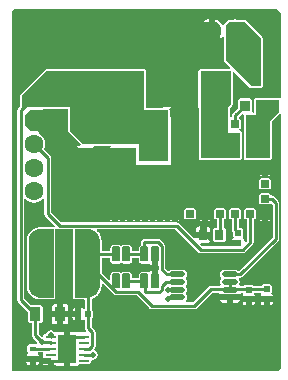
<source format=gtl>
G04 Layer_Physical_Order=1*
G04 Layer_Color=255*
%FSAX25Y25*%
%MOIN*%
G70*
G01*
G75*
G04:AMPARAMS|DCode=10|XSize=82.68mil|YSize=228.35mil|CornerRadius=41.34mil|HoleSize=0mil|Usage=FLASHONLY|Rotation=0.000|XOffset=0mil|YOffset=0mil|HoleType=Round|Shape=RoundedRectangle|*
%AMROUNDEDRECTD10*
21,1,0.08268,0.14567,0,0,0.0*
21,1,0.00000,0.22835,0,0,0.0*
1,1,0.08268,0.00000,-0.07283*
1,1,0.08268,0.00000,-0.07283*
1,1,0.08268,0.00000,0.07283*
1,1,0.08268,0.00000,0.07283*
%
%ADD10ROUNDEDRECTD10*%
%ADD11R,0.01968X0.02047*%
%ADD12R,0.03543X0.04724*%
%ADD13O,0.05315X0.01772*%
%ADD14R,0.02500X0.02500*%
%ADD15R,0.03740X0.10236*%
%ADD16R,0.03740X0.09842*%
%ADD17R,0.02047X0.01968*%
G04:AMPARAMS|DCode=18|XSize=25mil|YSize=50mil|CornerRadius=3.13mil|HoleSize=0mil|Usage=FLASHONLY|Rotation=180.000|XOffset=0mil|YOffset=0mil|HoleType=Round|Shape=RoundedRectangle|*
%AMROUNDEDRECTD18*
21,1,0.02500,0.04375,0,0,180.0*
21,1,0.01875,0.05000,0,0,180.0*
1,1,0.00625,-0.00937,0.02187*
1,1,0.00625,0.00937,0.02187*
1,1,0.00625,0.00937,-0.02187*
1,1,0.00625,-0.00937,-0.02187*
%
%ADD18ROUNDEDRECTD18*%
%ADD19R,0.05866X0.09449*%
%ADD20R,0.03543X0.00984*%
%ADD21R,0.02756X0.03543*%
%ADD22R,0.03200X0.03600*%
%ADD23R,0.04724X0.03543*%
%ADD24R,0.02165X0.01772*%
%ADD25C,0.01000*%
%ADD26C,0.15000*%
%ADD27C,0.06300*%
%ADD28C,0.02000*%
G36*
X0419000Y0343500D02*
X0416000Y0340500D01*
Y0328000D01*
X0408000D01*
Y0342500D01*
X0411500D01*
Y0347500D01*
X0419000D01*
Y0343500D01*
D02*
G37*
G36*
X0403000Y0346000D02*
X0402000Y0345000D01*
Y0336500D01*
X0406000D01*
Y0328000D01*
X0393000D01*
Y0357000D01*
X0403000D01*
Y0346000D01*
D02*
G37*
G36*
X0419878Y0376535D02*
Y0348193D01*
X0419378Y0347993D01*
X0419000Y0348149D01*
X0411500D01*
X0411041Y0347959D01*
X0410851Y0347500D01*
Y0343149D01*
X0410296D01*
X0409962Y0343649D01*
X0410009Y0343763D01*
Y0347363D01*
X0409819Y0347822D01*
X0409360Y0348012D01*
X0406160D01*
X0405701Y0347822D01*
X0405510Y0347363D01*
Y0344900D01*
X0403707Y0343096D01*
X0403464Y0342732D01*
X0403378Y0342303D01*
X0403378Y0342303D01*
Y0341806D01*
X0403145Y0341681D01*
X0402649Y0341983D01*
Y0344731D01*
X0403459Y0345541D01*
X0403649Y0346000D01*
Y0356725D01*
X0404149Y0356932D01*
X0409541Y0351541D01*
X0410000Y0351351D01*
X0413000D01*
X0413459Y0351541D01*
X0413488Y0351611D01*
X0413559Y0351641D01*
X0413749Y0352100D01*
Y0355700D01*
X0413649Y0355941D01*
Y0368000D01*
X0413459Y0368459D01*
X0407959Y0373959D01*
X0407500Y0374149D01*
X0405489D01*
X0405479Y0374153D01*
X0404500Y0374282D01*
X0403521Y0374153D01*
X0403511Y0374149D01*
X0402500D01*
X0402041Y0373959D01*
X0401041Y0372959D01*
X0400851Y0372500D01*
Y0372452D01*
X0400351Y0372353D01*
X0400251Y0372593D01*
X0399586Y0373460D01*
X0398719Y0374125D01*
X0397709Y0374543D01*
X0397626Y0374554D01*
Y0373500D01*
X0398500D01*
X0399500Y0372500D01*
X0399500Y0367474D01*
X0399586Y0367540D01*
X0400251Y0368407D01*
X0400351Y0368647D01*
X0400851Y0368548D01*
Y0360500D01*
X0401041Y0360041D01*
X0402932Y0358149D01*
X0402725Y0357649D01*
X0393000D01*
X0392541Y0357459D01*
X0392471Y0357290D01*
X0392318Y0356996D01*
X0392000Y0356958D01*
X0392000Y0344941D01*
X0392351Y0344649D01*
Y0328000D01*
X0392541Y0327541D01*
X0393000Y0327351D01*
X0406000D01*
X0406459Y0327541D01*
X0406649Y0328000D01*
Y0336500D01*
X0406459Y0336959D01*
X0406000Y0337149D01*
X0405968D01*
X0405868Y0337649D01*
X0406209Y0337791D01*
X0406399Y0338250D01*
Y0340750D01*
X0406209Y0341209D01*
X0405759Y0341396D01*
X0405740Y0341473D01*
X0405682Y0341899D01*
X0406643Y0342860D01*
X0406963Y0342832D01*
X0407351Y0342500D01*
Y0328000D01*
X0407541Y0327541D01*
X0408000Y0327351D01*
X0416000D01*
X0416459Y0327541D01*
X0416649Y0328000D01*
Y0340231D01*
X0419378Y0342960D01*
X0419760Y0342873D01*
X0419878Y0342807D01*
Y0257965D01*
X0419035Y0257121D01*
X0330465D01*
X0330121Y0257465D01*
Y0377035D01*
X0330965Y0377878D01*
X0418535D01*
X0419878Y0376535D01*
D02*
G37*
G36*
X0413000Y0368000D02*
Y0352000D01*
X0410000D01*
X0401500Y0360500D01*
Y0372500D01*
X0402500Y0373500D01*
X0407500D01*
X0413000Y0368000D01*
D02*
G37*
%LPC*%
G36*
X0417040Y0280114D02*
X0416000D01*
Y0279110D01*
X0416024D01*
X0416414Y0279188D01*
X0416745Y0279409D01*
X0416966Y0279740D01*
X0417040Y0280114D01*
D02*
G37*
G36*
X0401760Y0280661D02*
X0399388D01*
X0399628Y0280302D01*
X0400252Y0279885D01*
X0400988Y0279739D01*
X0401760D01*
Y0280661D01*
D02*
G37*
G36*
X0411040Y0280000D02*
X0410000D01*
Y0278996D01*
X0410024D01*
X0410414Y0279074D01*
X0410745Y0279295D01*
X0410966Y0279626D01*
X0411040Y0280000D01*
D02*
G37*
G36*
X0414000Y0280114D02*
X0412960D01*
X0413034Y0279740D01*
X0413255Y0279409D01*
X0413586Y0279188D01*
X0413976Y0279110D01*
X0414000D01*
Y0280114D01*
D02*
G37*
G36*
X0406131Y0280661D02*
X0403760D01*
Y0279739D01*
X0404531D01*
X0405267Y0279885D01*
X0405891Y0280302D01*
X0406131Y0280661D01*
D02*
G37*
G36*
X0395122Y0305291D02*
X0394744D01*
Y0303500D01*
X0396142D01*
Y0304272D01*
X0396064Y0304662D01*
X0395843Y0304993D01*
X0395512Y0305214D01*
X0395122Y0305291D01*
D02*
G37*
G36*
X0362573Y0307500D02*
X0362860Y0307308D01*
X0363250Y0307230D01*
X0363500D01*
Y0307500D01*
X0362573D01*
D02*
G37*
G36*
X0400750Y0311399D02*
X0398250D01*
X0397791Y0311209D01*
X0397601Y0310750D01*
Y0308250D01*
X0397791Y0307791D01*
X0398250Y0307601D01*
X0398378D01*
Y0304921D01*
X0397878D01*
X0397419Y0304731D01*
X0397229Y0304272D01*
Y0300728D01*
X0397419Y0300269D01*
X0397878Y0300079D01*
X0400634D01*
X0401093Y0300269D01*
X0401283Y0300728D01*
Y0304272D01*
X0401093Y0304731D01*
X0400634Y0304921D01*
X0400622D01*
Y0307601D01*
X0400750D01*
X0401209Y0307791D01*
X0401399Y0308250D01*
Y0310750D01*
X0401209Y0311209D01*
X0400750Y0311399D01*
D02*
G37*
G36*
X0392744Y0305291D02*
X0392366D01*
X0391976Y0305214D01*
X0391645Y0304993D01*
X0391424Y0304662D01*
X0391347Y0304272D01*
Y0303500D01*
X0392744D01*
Y0305291D01*
D02*
G37*
G36*
X0408000Y0280000D02*
X0406960D01*
X0407034Y0279626D01*
X0407255Y0279295D01*
X0407586Y0279074D01*
X0407976Y0278996D01*
X0408000D01*
Y0280000D01*
D02*
G37*
G36*
X0339072Y0260000D02*
X0337992D01*
Y0259095D01*
X0338075D01*
X0338465Y0259172D01*
X0338796Y0259393D01*
X0339017Y0259724D01*
X0339072Y0260000D01*
D02*
G37*
G36*
X0345134Y0275000D02*
X0343343D01*
Y0273638D01*
X0343420Y0273248D01*
X0343641Y0272917D01*
X0343972Y0272696D01*
X0344362Y0272618D01*
X0345134D01*
Y0275000D01*
D02*
G37*
G36*
X0342008Y0259563D02*
X0340373D01*
X0340515Y0259350D01*
X0340846Y0259129D01*
X0341236Y0259051D01*
X0342008D01*
Y0259563D01*
D02*
G37*
G36*
X0335992Y0260000D02*
X0334913D01*
X0334967Y0259724D01*
X0335189Y0259393D01*
X0335519Y0259172D01*
X0335910Y0259095D01*
X0335992D01*
Y0260000D01*
D02*
G37*
G36*
X0348925Y0275000D02*
X0347134D01*
Y0272618D01*
X0347905D01*
X0348296Y0272696D01*
X0348626Y0272917D01*
X0348847Y0273248D01*
X0348925Y0273638D01*
Y0275000D01*
D02*
G37*
G36*
X0351272Y0278040D02*
X0350897Y0277966D01*
X0350566Y0277745D01*
X0350345Y0277414D01*
X0350268Y0277024D01*
Y0277000D01*
X0351272D01*
Y0278040D01*
D02*
G37*
G36*
X0347905Y0279382D02*
X0347134D01*
Y0277000D01*
X0348925D01*
Y0278362D01*
X0348847Y0278752D01*
X0348626Y0279083D01*
X0348296Y0279304D01*
X0347905Y0279382D01*
D02*
G37*
G36*
X0351272Y0275000D02*
X0350268D01*
Y0274976D01*
X0350345Y0274586D01*
X0350566Y0274255D01*
X0350897Y0274034D01*
X0351272Y0273960D01*
Y0275000D01*
D02*
G37*
G36*
X0345134Y0279382D02*
X0344362D01*
X0343972Y0279304D01*
X0343641Y0279083D01*
X0343420Y0278752D01*
X0343343Y0278362D01*
Y0277000D01*
X0345134D01*
Y0279382D01*
D02*
G37*
G36*
X0365500Y0307500D02*
Y0307230D01*
X0365750D01*
X0366140Y0307308D01*
X0366427Y0307500D01*
X0365500D01*
D02*
G37*
G36*
X0416428Y0307500D02*
X0415500D01*
Y0307230D01*
X0415750D01*
X0416140Y0307308D01*
X0416428Y0307500D01*
D02*
G37*
G36*
X0390750Y0311399D02*
X0388250D01*
X0387791Y0311209D01*
X0387601Y0310750D01*
Y0308250D01*
X0387791Y0307791D01*
X0388250Y0307601D01*
X0390750D01*
X0391209Y0307791D01*
X0391399Y0308250D01*
Y0310750D01*
X0391209Y0311209D01*
X0390750Y0311399D01*
D02*
G37*
G36*
X0413500Y0307500D02*
X0412572D01*
X0412860Y0307308D01*
X0413250Y0307230D01*
X0413500D01*
Y0307500D01*
D02*
G37*
G36*
X0393500Y0307500D02*
X0392572D01*
X0392860Y0307308D01*
X0393250Y0307230D01*
X0393500D01*
Y0307500D01*
D02*
G37*
G36*
X0396427Y0307500D02*
X0395500D01*
Y0307230D01*
X0395750D01*
X0396140Y0307308D01*
X0396427Y0307500D01*
D02*
G37*
G36*
X0341500Y0357649D02*
X0341041Y0357459D01*
X0333041Y0349459D01*
X0332851Y0349000D01*
Y0345437D01*
X0332207Y0344793D01*
X0331964Y0344429D01*
X0331878Y0344000D01*
X0331878Y0344000D01*
Y0280866D01*
X0331878Y0280866D01*
X0331964Y0280437D01*
X0332207Y0280073D01*
X0335445Y0276835D01*
Y0273638D01*
X0335635Y0273179D01*
X0336094Y0272988D01*
X0336744D01*
Y0269052D01*
X0336744Y0269052D01*
X0336830Y0268623D01*
X0337073Y0268259D01*
X0338538Y0266795D01*
X0338538Y0266378D01*
X0338105Y0266066D01*
X0338075Y0266079D01*
X0335910D01*
X0335450Y0265888D01*
X0335260Y0265429D01*
Y0263658D01*
X0335405Y0263307D01*
X0335441Y0263158D01*
X0335335Y0262705D01*
X0335189Y0262607D01*
X0334967Y0262276D01*
X0334913Y0262000D01*
X0336992D01*
X0339072D01*
X0339017Y0262276D01*
X0338796Y0262607D01*
X0338745Y0263157D01*
X0338923Y0263422D01*
X0340321D01*
X0340587Y0263024D01*
Y0262039D01*
X0340657Y0261871D01*
X0340515Y0261776D01*
X0340373Y0261563D01*
X0340818D01*
X0341236Y0261390D01*
X0343008D01*
Y0260563D01*
X0344008D01*
Y0259051D01*
X0344779D01*
X0344840Y0259063D01*
X0344846Y0259055D01*
X0345177Y0258834D01*
X0345567Y0258756D01*
X0347500D01*
Y0264500D01*
Y0270244D01*
X0345567D01*
X0345177Y0270166D01*
X0344879Y0269968D01*
X0344829Y0269946D01*
X0344269Y0269981D01*
X0344153Y0270153D01*
X0343624Y0270507D01*
X0343000Y0270631D01*
X0342376Y0270507D01*
X0341846Y0270153D01*
X0341493Y0269624D01*
X0341484Y0269579D01*
X0341236D01*
X0340777Y0269388D01*
X0340587Y0268929D01*
Y0268625D01*
X0340087Y0268418D01*
X0338988Y0269517D01*
Y0272988D01*
X0339638D01*
X0340097Y0273179D01*
X0340287Y0273638D01*
Y0278362D01*
X0340097Y0278821D01*
X0339638Y0279012D01*
X0336440D01*
X0334121Y0281331D01*
Y0314373D01*
X0334622Y0314543D01*
X0334825Y0314278D01*
X0335609Y0313676D01*
X0336521Y0313299D01*
X0337500Y0313170D01*
X0338479Y0313299D01*
X0339391Y0313676D01*
X0340175Y0314278D01*
X0340378Y0314543D01*
X0340879Y0314373D01*
Y0309500D01*
X0340878Y0309500D01*
X0340964Y0309071D01*
X0341207Y0308707D01*
X0344553Y0305361D01*
X0344548Y0305352D01*
X0344548D01*
X0344270Y0304937D01*
X0343957Y0305067D01*
X0339626Y0305067D01*
X0339626Y0305066D01*
X0339238D01*
X0339177Y0305041D01*
X0339111Y0305054D01*
X0338351Y0304903D01*
X0338296Y0304866D01*
X0338229D01*
X0337513Y0304569D01*
X0337466Y0304522D01*
X0337400Y0304509D01*
X0336755Y0304078D01*
X0336719Y0304023D01*
X0336657Y0303997D01*
X0336109Y0303449D01*
X0336083Y0303388D01*
X0336028Y0303351D01*
X0335597Y0302706D01*
X0335584Y0302641D01*
X0335537Y0302594D01*
X0335240Y0301877D01*
Y0301811D01*
X0335204Y0301755D01*
X0335052Y0300995D01*
X0335065Y0300930D01*
X0335040Y0300868D01*
X0335040Y0300481D01*
X0335040Y0285520D01*
X0335040Y0285520D01*
X0335040Y0285520D01*
X0335040Y0285132D01*
X0335065Y0285070D01*
X0335052Y0285005D01*
X0335203Y0284244D01*
X0335240Y0284189D01*
Y0284123D01*
X0335537Y0283406D01*
X0335584Y0283359D01*
X0335597Y0283294D01*
X0336028Y0282649D01*
X0336083Y0282612D01*
X0336109Y0282551D01*
X0336657Y0282002D01*
X0336719Y0281977D01*
X0336756Y0281922D01*
X0337401Y0281491D01*
X0337466Y0281478D01*
X0337513Y0281431D01*
X0338229Y0281134D01*
X0338296D01*
X0338351Y0281097D01*
X0339112Y0280946D01*
X0339177Y0280959D01*
X0339238Y0280933D01*
X0339626Y0280933D01*
X0343957Y0280933D01*
X0343957Y0280933D01*
X0343957Y0280933D01*
X0344193Y0281031D01*
X0344413Y0281122D01*
X0344416Y0281123D01*
X0344606Y0281583D01*
X0344606Y0281583D01*
Y0304417D01*
X0344590Y0304456D01*
X0344978Y0304825D01*
X0345189Y0304724D01*
X0345553Y0304481D01*
X0345983Y0304396D01*
X0345983Y0304396D01*
X0350394D01*
Y0281582D01*
X0350473Y0281392D01*
X0350583Y0281126D01*
X0350584Y0281123D01*
X0351043Y0280933D01*
X0351043Y0280933D01*
X0354025Y0280933D01*
X0354379Y0280579D01*
Y0278032D01*
X0354231Y0277926D01*
X0353878Y0277810D01*
X0353646Y0277966D01*
X0353272Y0278040D01*
Y0276000D01*
Y0273960D01*
X0353646Y0274034D01*
X0353878Y0274190D01*
X0354231Y0274074D01*
X0354379Y0273968D01*
Y0271393D01*
X0354378Y0271393D01*
X0354464Y0270964D01*
X0354707Y0270600D01*
X0354896Y0270411D01*
X0354705Y0269949D01*
X0352221D01*
X0352160Y0269937D01*
X0352154Y0269945D01*
X0351823Y0270166D01*
X0351433Y0270244D01*
X0349500D01*
Y0264500D01*
Y0258756D01*
X0351433D01*
X0351823Y0258834D01*
X0352154Y0259055D01*
X0352375Y0259385D01*
X0352382Y0259421D01*
X0355764D01*
X0356223Y0259612D01*
X0356413Y0260071D01*
Y0260591D01*
X0356800Y0260909D01*
X0357000Y0260869D01*
X0357624Y0260993D01*
X0358154Y0261347D01*
X0358507Y0261876D01*
X0358631Y0262500D01*
X0358507Y0263124D01*
X0358154Y0263653D01*
X0357636Y0264000D01*
X0357562Y0264053D01*
X0357473Y0264544D01*
X0357657Y0264728D01*
X0357657Y0264728D01*
X0357900Y0265092D01*
X0357985Y0265521D01*
X0357985Y0265521D01*
Y0270029D01*
X0357985Y0270029D01*
X0357900Y0270458D01*
X0357657Y0270822D01*
X0356622Y0271858D01*
Y0274384D01*
X0356943Y0274517D01*
X0357134Y0274976D01*
Y0277024D01*
X0356943Y0277483D01*
X0356622Y0277616D01*
Y0281091D01*
X0356649Y0281097D01*
X0356704Y0281134D01*
X0356771D01*
X0357487Y0281431D01*
X0357535Y0281478D01*
X0357600Y0281491D01*
X0358244Y0281922D01*
X0358281Y0281977D01*
X0358343Y0282002D01*
X0358891Y0282551D01*
X0358917Y0282612D01*
X0358972Y0282649D01*
X0359403Y0283294D01*
X0359416Y0283359D01*
X0359463Y0283406D01*
X0359760Y0284123D01*
Y0284189D01*
X0359797Y0284245D01*
X0359948Y0285005D01*
X0359935Y0285071D01*
X0359961Y0285132D01*
X0359961Y0285520D01*
X0359961Y0285520D01*
Y0285977D01*
X0360422Y0286169D01*
X0363984Y0282607D01*
X0363984Y0282607D01*
X0364348Y0282364D01*
X0364777Y0282278D01*
X0371741D01*
X0375913Y0278107D01*
X0375913Y0278107D01*
X0376276Y0277864D01*
X0376706Y0277778D01*
X0376706Y0277779D01*
X0390900D01*
X0390900Y0277778D01*
X0391329Y0277864D01*
X0391693Y0278107D01*
X0396807Y0283221D01*
X0399161D01*
X0399428Y0282721D01*
X0399388Y0282661D01*
X0402760D01*
Y0281661D01*
D01*
Y0282661D01*
X0406131D01*
X0406091Y0282721D01*
X0406359Y0283221D01*
X0407127D01*
X0407279Y0282721D01*
X0407255Y0282705D01*
X0407034Y0282374D01*
X0406960Y0282000D01*
X0409000D01*
X0411040D01*
X0410966Y0282374D01*
X0410745Y0282705D01*
X0410721Y0282721D01*
X0410873Y0283221D01*
X0412968D01*
X0413073Y0283074D01*
X0413190Y0282721D01*
X0413034Y0282489D01*
X0412960Y0282114D01*
X0415000D01*
X0417040D01*
X0416966Y0282489D01*
X0416745Y0282819D01*
X0416514Y0282974D01*
X0416673Y0283358D01*
Y0285327D01*
X0416483Y0285786D01*
X0416024Y0285976D01*
X0413976D01*
X0413517Y0285786D01*
X0413384Y0285464D01*
X0410569D01*
X0410483Y0285672D01*
X0410024Y0285862D01*
X0407976D01*
X0407517Y0285672D01*
X0407431Y0285464D01*
X0406041D01*
X0405774Y0285964D01*
X0405931Y0286200D01*
X0406046Y0286780D01*
X0405931Y0287359D01*
X0405692Y0287717D01*
X0405863Y0288157D01*
X0405913Y0288217D01*
X0406260D01*
X0406260Y0288217D01*
X0406689Y0288302D01*
X0407053Y0288545D01*
X0418893Y0300386D01*
X0418893Y0300386D01*
X0419136Y0300750D01*
X0419222Y0301179D01*
X0419222Y0301179D01*
Y0313100D01*
X0419222Y0313100D01*
X0419136Y0313529D01*
X0418893Y0313893D01*
X0418893Y0313893D01*
X0417493Y0315293D01*
X0417129Y0315536D01*
X0416700Y0315622D01*
X0416399Y0315750D01*
X0416209Y0316209D01*
X0415750Y0316399D01*
X0413250D01*
X0412791Y0316209D01*
X0412601Y0315750D01*
Y0313250D01*
X0412778Y0312822D01*
X0412822Y0312778D01*
X0413250Y0312601D01*
X0415750D01*
X0416209Y0312791D01*
X0416679Y0312795D01*
X0416978Y0312532D01*
Y0312000D01*
X0417000D01*
Y0307500D01*
X0416611D01*
X0416978Y0307389D01*
Y0301643D01*
X0405795Y0290460D01*
X0405527D01*
X0405111Y0290738D01*
X0404531Y0290854D01*
X0400988D01*
X0400408Y0290738D01*
X0399917Y0290410D01*
X0399588Y0289918D01*
X0399473Y0289339D01*
X0399588Y0288759D01*
X0399832Y0288395D01*
X0399884Y0288059D01*
X0399832Y0287723D01*
X0399588Y0287359D01*
X0399473Y0286780D01*
X0399588Y0286200D01*
X0399746Y0285964D01*
X0399479Y0285464D01*
X0396343D01*
X0396343Y0285464D01*
X0395913Y0285379D01*
X0395550Y0285136D01*
X0395550Y0285136D01*
X0390435Y0280022D01*
X0388132D01*
X0387980Y0280521D01*
X0388083Y0280590D01*
X0388411Y0281082D01*
X0388527Y0281661D01*
X0388411Y0282241D01*
X0388083Y0282733D01*
Y0283149D01*
X0388411Y0283641D01*
X0388527Y0284221D01*
X0388411Y0284800D01*
X0388168Y0285164D01*
X0388116Y0285500D01*
X0388168Y0285836D01*
X0388411Y0286200D01*
X0388527Y0286780D01*
X0388411Y0287359D01*
X0388168Y0287723D01*
X0388116Y0288059D01*
X0388168Y0288395D01*
X0388411Y0288759D01*
X0388527Y0289339D01*
X0388411Y0289918D01*
X0388083Y0290410D01*
X0387592Y0290738D01*
X0387012Y0290854D01*
X0383469D01*
X0382889Y0290738D01*
X0382473Y0290460D01*
X0382126D01*
X0381224Y0291363D01*
Y0298773D01*
X0381224Y0298773D01*
X0381138Y0299202D01*
X0380895Y0299566D01*
X0380895Y0299566D01*
X0379668Y0300793D01*
X0379304Y0301036D01*
X0378875Y0301122D01*
X0378874Y0301121D01*
X0374248D01*
X0373819Y0301036D01*
X0373455Y0300793D01*
X0373212Y0300429D01*
X0373127Y0300000D01*
Y0299081D01*
X0372955Y0299047D01*
X0372653Y0298845D01*
X0372451Y0298544D01*
X0372380Y0298187D01*
Y0297122D01*
X0370120D01*
Y0298187D01*
X0370049Y0298544D01*
X0369847Y0298845D01*
X0369546Y0299047D01*
X0369190Y0299118D01*
X0367315D01*
X0366958Y0299047D01*
X0366856Y0298978D01*
X0366500Y0298886D01*
X0366144Y0298978D01*
X0366041Y0299047D01*
X0365686Y0299118D01*
X0363810D01*
X0363454Y0299047D01*
X0363153Y0298845D01*
X0362951Y0298544D01*
X0362880Y0298187D01*
Y0297122D01*
X0359961D01*
X0359961Y0300868D01*
X0359935Y0300929D01*
X0359948Y0300994D01*
X0359797Y0301755D01*
X0359760Y0301810D01*
X0359760Y0301877D01*
X0359463Y0302593D01*
X0359416Y0302640D01*
X0359403Y0302706D01*
X0358972Y0303350D01*
X0358917Y0303387D01*
X0358892Y0303449D01*
X0358445Y0303896D01*
X0358580Y0304367D01*
X0358590Y0304384D01*
X0358601Y0304396D01*
X0384518D01*
X0392207Y0296707D01*
X0392207Y0296707D01*
X0392571Y0296464D01*
X0393000Y0296378D01*
X0393000Y0296378D01*
X0407000D01*
X0407000Y0296378D01*
X0407429Y0296464D01*
X0407793Y0296707D01*
X0410293Y0299207D01*
X0410293Y0299207D01*
X0410536Y0299571D01*
X0410622Y0300000D01*
Y0307601D01*
X0410750D01*
X0411209Y0307791D01*
X0411399Y0308250D01*
Y0310750D01*
X0411222Y0311178D01*
X0411178Y0311222D01*
X0410750Y0311399D01*
X0408250D01*
X0407791Y0311209D01*
X0407601Y0310750D01*
Y0308250D01*
X0407791Y0307791D01*
X0408250Y0307601D01*
X0408379D01*
Y0300465D01*
X0408005Y0300091D01*
X0407543Y0300283D01*
Y0300870D01*
X0407466Y0301260D01*
X0407245Y0301591D01*
X0407014Y0301745D01*
X0407173Y0302130D01*
Y0304099D01*
X0406983Y0304558D01*
X0406524Y0304748D01*
X0405621D01*
Y0307601D01*
X0405750D01*
X0406209Y0307791D01*
X0406399Y0308250D01*
Y0310750D01*
X0406209Y0311209D01*
X0405750Y0311399D01*
X0403250D01*
X0402791Y0311209D01*
X0402601Y0310750D01*
Y0308250D01*
X0402791Y0307791D01*
X0403250Y0307601D01*
X0403378D01*
Y0304114D01*
X0403378Y0304114D01*
X0403464Y0303685D01*
X0403707Y0303321D01*
X0403827Y0303201D01*
Y0302130D01*
X0403986Y0301745D01*
X0403755Y0301591D01*
X0403534Y0301260D01*
X0403460Y0300886D01*
X0405500D01*
Y0298886D01*
X0403444D01*
X0403227Y0298622D01*
X0393465D01*
X0392839Y0299247D01*
X0393031Y0299709D01*
X0395122D01*
X0395512Y0299786D01*
X0395843Y0300007D01*
X0396064Y0300338D01*
X0396142Y0300728D01*
Y0301500D01*
X0391347D01*
Y0301393D01*
X0390884Y0301202D01*
X0385776Y0306311D01*
X0385412Y0306554D01*
X0384982Y0306639D01*
X0384982Y0306639D01*
X0346447D01*
X0343122Y0309965D01*
Y0328252D01*
X0343122Y0328252D01*
X0343036Y0328681D01*
X0342793Y0329045D01*
X0342793Y0329045D01*
X0340835Y0331003D01*
X0341154Y0331773D01*
X0341282Y0332752D01*
X0341154Y0333731D01*
X0340776Y0334643D01*
X0340175Y0335426D01*
X0339391Y0336028D01*
X0338970Y0336202D01*
Y0336730D01*
X0338500Y0337200D01*
X0336300D01*
X0334400Y0339100D01*
Y0342200D01*
X0336200Y0344000D01*
X0340165D01*
X0340284Y0344351D01*
X0348851D01*
Y0337100D01*
X0349041Y0336641D01*
X0353024Y0332657D01*
X0352817Y0332157D01*
X0351943D01*
X0352600Y0331500D01*
X0357310Y0331500D01*
X0357304Y0331528D01*
X0357155Y0331750D01*
X0357286Y0332130D01*
X0357377Y0332251D01*
X0363105Y0332250D01*
X0363154Y0331750D01*
X0362860Y0331692D01*
X0362573Y0331500D01*
X0371500Y0331500D01*
X0371500Y0325800D01*
X0383000D01*
Y0341856D01*
X0382649Y0342107D01*
Y0344000D01*
X0382499Y0344362D01*
X0382709Y0344862D01*
X0383000D01*
Y0345000D01*
X0380393D01*
X0380286Y0344649D01*
X0374849Y0344649D01*
Y0357000D01*
X0374659Y0357459D01*
X0374200Y0357649D01*
X0341500Y0357649D01*
D02*
G37*
G36*
X0395626Y0374554D02*
X0395543Y0374543D01*
X0394533Y0374125D01*
X0393719Y0373500D01*
X0395626D01*
Y0374554D01*
D02*
G37*
G36*
X0416428Y0322500D02*
X0415500D01*
Y0322230D01*
X0415750D01*
X0416140Y0322308D01*
X0416428Y0322500D01*
D02*
G37*
G36*
X0415750Y0321399D02*
X0413250D01*
X0412791Y0321209D01*
X0412601Y0320750D01*
Y0318250D01*
X0412791Y0317791D01*
X0413250Y0317601D01*
X0415750D01*
X0416209Y0317791D01*
X0416399Y0318250D01*
Y0320750D01*
X0416209Y0321209D01*
X0415750Y0321399D01*
D02*
G37*
G36*
X0413500Y0322500D02*
X0412572D01*
X0412860Y0322308D01*
X0413250Y0322230D01*
X0413500D01*
Y0322500D01*
D02*
G37*
G36*
X0385500Y0307500D02*
Y0307230D01*
X0385750D01*
X0386140Y0307308D01*
X0386427Y0307500D01*
X0385500D01*
D02*
G37*
G36*
X0370500Y0307500D02*
Y0307230D01*
X0370750D01*
X0371140Y0307308D01*
X0371427Y0307500D01*
X0370500D01*
D02*
G37*
G36*
X0375500Y0307500D02*
Y0307230D01*
X0375750D01*
X0376140Y0307308D01*
X0376428Y0307500D01*
X0375500D01*
D02*
G37*
G36*
X0372572Y0307500D02*
X0372860Y0307308D01*
X0373250Y0307230D01*
X0373500D01*
Y0307500D01*
X0372572D01*
D02*
G37*
G36*
X0367572D02*
X0367860Y0307308D01*
X0368250Y0307230D01*
X0368500D01*
Y0307500D01*
X0367572D01*
D02*
G37*
G36*
X0380500Y0307500D02*
Y0307230D01*
X0380750D01*
X0381140Y0307308D01*
X0381428Y0307500D01*
X0380500D01*
D02*
G37*
G36*
X0382573D02*
X0382860Y0307308D01*
X0383250Y0307230D01*
X0383500D01*
Y0307500D01*
X0382573Y0307500D01*
D02*
G37*
G36*
X0377572D02*
X0377860Y0307308D01*
X0378250Y0307230D01*
X0378500D01*
Y0307500D01*
X0377572D01*
D02*
G37*
%LPD*%
G36*
X0374200Y0357000D02*
Y0344000D01*
X0382000Y0344000D01*
X0382000Y0327000D01*
X0372500Y0327000D01*
X0372500Y0332900D01*
X0353700Y0332900D01*
X0349500Y0337100D01*
Y0345000D01*
X0333500D01*
Y0349000D01*
X0341500Y0357000D01*
X0374200Y0357000D01*
D02*
G37*
G36*
X0355375Y0304417D02*
X0355762Y0304417D01*
X0356523Y0304266D01*
X0357239Y0303969D01*
X0357884Y0303538D01*
X0358432Y0302990D01*
X0358863Y0302345D01*
X0359160Y0301628D01*
X0359311Y0300868D01*
Y0300480D01*
X0359311Y0285520D01*
X0359311Y0285520D01*
X0359311Y0285132D01*
X0359160Y0284371D01*
X0358863Y0283655D01*
X0358432Y0283010D01*
X0357884Y0282462D01*
X0357239Y0282031D01*
X0356522Y0281734D01*
X0355762Y0281583D01*
X0355374Y0281583D01*
X0351043Y0281582D01*
Y0304417D01*
X0355374Y0304417D01*
X0355375Y0304417D01*
D02*
G37*
G36*
X0343957Y0281583D02*
X0339626Y0281583D01*
X0339238Y0281583D01*
X0338478Y0281734D01*
X0337761Y0282031D01*
X0337117Y0282462D01*
X0336568Y0283010D01*
X0336137Y0283655D01*
X0335840Y0284371D01*
X0335689Y0285132D01*
X0335689Y0285520D01*
X0335689Y0285520D01*
X0335689Y0300481D01*
X0335689Y0300868D01*
X0335840Y0301629D01*
X0336137Y0302345D01*
X0336568Y0302990D01*
X0337116Y0303538D01*
X0337761Y0303969D01*
X0338477Y0304266D01*
X0339238Y0304417D01*
X0339626D01*
X0339626Y0304417D01*
X0343957Y0304417D01*
Y0281583D01*
D02*
G37*
G36*
X0378752Y0292423D02*
X0378980Y0292235D01*
Y0290978D01*
X0378867Y0290801D01*
X0378752Y0290703D01*
Y0287000D01*
X0376752D01*
Y0290513D01*
X0376302Y0290424D01*
X0375868Y0290134D01*
X0375851Y0290109D01*
X0375541Y0290047D01*
X0375185Y0290118D01*
X0373310D01*
X0372955Y0290047D01*
X0372653Y0289845D01*
X0372451Y0289544D01*
X0372380Y0289188D01*
Y0288122D01*
X0370120D01*
Y0289188D01*
X0370049Y0289544D01*
X0369847Y0289845D01*
X0369546Y0290047D01*
X0369190Y0290118D01*
X0367315D01*
X0366958Y0290047D01*
X0366856Y0289979D01*
X0366500Y0289886D01*
X0366144Y0289979D01*
X0366041Y0290047D01*
X0365686Y0290118D01*
X0363810D01*
X0363455Y0290047D01*
X0363153Y0289845D01*
X0362951Y0289544D01*
X0362880Y0289188D01*
Y0287537D01*
X0362418Y0287345D01*
X0359961Y0289803D01*
X0359961Y0294879D01*
X0362880D01*
Y0293812D01*
X0362951Y0293457D01*
X0363153Y0293155D01*
X0363454Y0292953D01*
X0363810Y0292882D01*
X0365686D01*
X0366041Y0292953D01*
X0366144Y0293021D01*
X0366500Y0293114D01*
X0366856Y0293021D01*
X0366958Y0292953D01*
X0367315Y0292882D01*
X0369190D01*
X0369546Y0292953D01*
X0369847Y0293155D01*
X0370049Y0293457D01*
X0370120Y0293812D01*
Y0294879D01*
X0372380D01*
Y0293812D01*
X0372451Y0293457D01*
X0372653Y0293155D01*
X0372955Y0292953D01*
X0373310Y0292882D01*
X0375185D01*
X0375541Y0292953D01*
X0375851Y0292891D01*
X0375868Y0292866D01*
X0376302Y0292576D01*
X0376752Y0292487D01*
Y0296000D01*
X0378752D01*
Y0292423D01*
D02*
G37*
D10*
X0355177Y0293000D02*
D03*
X0339823D02*
D03*
D11*
X0352272Y0276000D02*
D03*
X0355500D02*
D03*
D12*
X0346134D02*
D03*
X0337866D02*
D03*
D13*
X0402760Y0281661D02*
D03*
Y0284221D02*
D03*
Y0286780D02*
D03*
Y0289339D02*
D03*
X0385240Y0281661D02*
D03*
Y0284221D02*
D03*
Y0286780D02*
D03*
Y0289339D02*
D03*
D14*
X0364500Y0309500D02*
D03*
Y0314500D02*
D03*
Y0319500D02*
D03*
Y0324500D02*
D03*
Y0329500D02*
D03*
Y0334500D02*
D03*
Y0339500D02*
D03*
X0369500Y0309500D02*
D03*
Y0314500D02*
D03*
Y0319500D02*
D03*
Y0324500D02*
D03*
Y0329500D02*
D03*
Y0334500D02*
D03*
Y0339500D02*
D03*
X0374500Y0309500D02*
D03*
Y0314500D02*
D03*
Y0319500D02*
D03*
Y0324500D02*
D03*
Y0329500D02*
D03*
Y0334500D02*
D03*
Y0339500D02*
D03*
X0379500Y0309500D02*
D03*
Y0314500D02*
D03*
Y0319500D02*
D03*
Y0324500D02*
D03*
Y0329500D02*
D03*
Y0334500D02*
D03*
Y0339500D02*
D03*
X0384500Y0309500D02*
D03*
Y0314500D02*
D03*
Y0319500D02*
D03*
Y0324500D02*
D03*
Y0329500D02*
D03*
Y0334500D02*
D03*
Y0339500D02*
D03*
X0389500Y0309500D02*
D03*
Y0314500D02*
D03*
Y0319500D02*
D03*
Y0324500D02*
D03*
Y0329500D02*
D03*
Y0334500D02*
D03*
Y0339500D02*
D03*
X0394500Y0309500D02*
D03*
Y0314500D02*
D03*
Y0319500D02*
D03*
Y0324500D02*
D03*
Y0329500D02*
D03*
Y0334500D02*
D03*
Y0339500D02*
D03*
X0399500Y0309500D02*
D03*
Y0314500D02*
D03*
Y0319500D02*
D03*
Y0324500D02*
D03*
Y0329500D02*
D03*
Y0334500D02*
D03*
Y0339500D02*
D03*
X0404500Y0309500D02*
D03*
Y0314500D02*
D03*
Y0319500D02*
D03*
Y0324500D02*
D03*
Y0329500D02*
D03*
Y0334500D02*
D03*
Y0339500D02*
D03*
X0409500Y0309500D02*
D03*
Y0314500D02*
D03*
Y0319500D02*
D03*
Y0324500D02*
D03*
Y0329500D02*
D03*
Y0334500D02*
D03*
Y0339500D02*
D03*
X0414500Y0309500D02*
D03*
Y0314500D02*
D03*
Y0319500D02*
D03*
Y0324500D02*
D03*
Y0329500D02*
D03*
Y0334500D02*
D03*
Y0339500D02*
D03*
D15*
X0383012Y0351000D02*
D03*
X0401012D02*
D03*
D16*
X0371988D02*
D03*
X0389988D02*
D03*
D17*
X0409000Y0284228D02*
D03*
Y0281000D02*
D03*
X0405500Y0299886D02*
D03*
Y0303114D02*
D03*
X0415000Y0281114D02*
D03*
Y0284343D02*
D03*
D18*
X0374248Y0287000D02*
D03*
X0377752D02*
D03*
X0364748D02*
D03*
X0368252D02*
D03*
X0374248Y0296000D02*
D03*
X0377752D02*
D03*
X0364748D02*
D03*
X0368252D02*
D03*
D19*
X0348500Y0264500D02*
D03*
D20*
X0353992Y0260563D02*
D03*
Y0262532D02*
D03*
Y0264500D02*
D03*
Y0266469D02*
D03*
Y0268437D02*
D03*
X0343008Y0260563D02*
D03*
Y0262532D02*
D03*
Y0264500D02*
D03*
Y0266469D02*
D03*
Y0268437D02*
D03*
D21*
X0393744Y0302500D02*
D03*
X0399256D02*
D03*
D22*
X0411500Y0353900D02*
D03*
X0415300Y0345563D02*
D03*
X0407760D02*
D03*
D23*
X0354000Y0329366D02*
D03*
Y0337634D02*
D03*
D24*
X0336992Y0264543D02*
D03*
Y0261000D02*
D03*
D25*
X0397422Y0299628D02*
X0405500D01*
X0342000Y0309500D02*
Y0328252D01*
X0337500Y0332752D02*
X0342000Y0328252D01*
X0402760Y0284343D02*
X0415000D01*
X0396343D02*
X0402760D01*
X0355500Y0292677D02*
X0364777Y0283400D01*
X0390900Y0278900D02*
X0396343Y0284343D01*
X0376706Y0278900D02*
X0390900D01*
X0402760Y0284343D02*
Y0286780D01*
Y0284221D02*
Y0284343D01*
X0355177Y0293000D02*
X0355500Y0292677D01*
X0372206Y0283400D02*
X0376706Y0278900D01*
X0364777Y0283400D02*
X0372206D01*
X0404500Y0339500D02*
Y0342303D01*
X0407760Y0345563D01*
X0416700Y0314500D02*
X0418100Y0313100D01*
X0414500Y0314500D02*
X0416700D01*
X0418100Y0301179D02*
Y0313100D01*
X0406260Y0289339D02*
X0418100Y0301179D01*
X0409500Y0300000D02*
Y0309500D01*
X0407000Y0297500D02*
X0409500Y0300000D01*
X0393000Y0297500D02*
X0407000D01*
X0384982Y0305518D02*
X0393000Y0297500D01*
X0345983Y0305518D02*
X0384982D01*
X0384500Y0309500D02*
X0391500Y0302500D01*
X0393744D01*
X0394500Y0303256D02*
Y0309500D01*
X0393744Y0302500D02*
X0394551D01*
X0397422Y0299628D01*
X0405500D02*
Y0299886D01*
X0404500Y0304114D02*
X0405500Y0303114D01*
X0404500Y0304114D02*
Y0309500D01*
X0393744Y0302500D02*
X0394500Y0303256D01*
X0399256Y0302500D02*
X0399500Y0302744D01*
Y0309500D01*
X0333000Y0344000D02*
X0337500Y0348500D01*
X0333000Y0280866D02*
Y0344000D01*
X0342000Y0309500D02*
X0345983Y0305518D01*
X0382661Y0281661D02*
X0385240D01*
X0382000Y0281000D02*
X0382661Y0281661D01*
X0382202Y0284000D02*
X0385020D01*
X0385240Y0284221D01*
X0380102Y0284227D02*
Y0285373D01*
X0379275Y0283400D02*
X0380102Y0284227D01*
Y0285373D02*
X0381509Y0286780D01*
X0333000Y0280866D02*
X0337866Y0276000D01*
Y0269052D02*
X0340275Y0266643D01*
X0337866Y0269052D02*
Y0276000D01*
X0355500D02*
Y0292677D01*
X0355843Y0264500D02*
X0356864Y0265521D01*
X0353992Y0264500D02*
X0355843D01*
X0355500Y0271393D02*
Y0276000D01*
Y0271393D02*
X0356864Y0270029D01*
Y0265521D02*
Y0270029D01*
X0354024Y0262500D02*
X0357000D01*
X0353992Y0262532D02*
X0354024Y0262500D01*
X0350876Y0268437D02*
X0353992D01*
X0350500Y0268061D02*
X0350876Y0268437D01*
X0343008Y0260563D02*
X0346500D01*
X0340275Y0266643D02*
X0342833D01*
X0343008Y0266469D01*
X0336992Y0264543D02*
X0342464D01*
X0343000Y0268429D02*
Y0269000D01*
X0374248Y0296000D02*
Y0300000D01*
X0378875D01*
X0380102Y0298773D01*
Y0290898D02*
Y0298773D01*
X0377752Y0287000D02*
Y0296000D01*
X0368252D02*
X0374248D01*
X0343000Y0268429D02*
X0343008Y0268437D01*
X0381661Y0289339D02*
X0385240D01*
X0380102Y0290898D02*
X0381661Y0289339D01*
X0374468Y0283400D02*
Y0286780D01*
Y0283400D02*
X0379275D01*
X0381509Y0286780D02*
X0385240D01*
X0374248Y0287000D02*
X0374468Y0286780D01*
X0355177Y0293000D02*
X0358177Y0296000D01*
X0364748D01*
X0368252Y0287000D02*
X0374248D01*
X0402760Y0289339D02*
X0406260D01*
X0342464Y0264543D02*
X0342508Y0264500D01*
D26*
X0338000Y0370000D02*
D03*
X0411000Y0266000D02*
D03*
D27*
X0337500Y0348500D02*
D03*
Y0340626D02*
D03*
Y0332752D02*
D03*
Y0324852D02*
D03*
Y0316952D02*
D03*
X0404500Y0370500D02*
D03*
X0396626D02*
D03*
D28*
X0353000Y0364000D02*
D03*
X0357000D02*
D03*
X0361000D02*
D03*
X0365000D02*
D03*
X0369000D02*
D03*
X0373000D02*
D03*
X0377000D02*
D03*
Y0360000D02*
D03*
X0373000D02*
D03*
X0369000D02*
D03*
X0365000D02*
D03*
X0361000D02*
D03*
X0357000D02*
D03*
X0353000D02*
D03*
X0374000Y0262000D02*
D03*
X0378000D02*
D03*
X0382000D02*
D03*
X0386000D02*
D03*
X0390000D02*
D03*
X0394000D02*
D03*
X0398000D02*
D03*
X0374000Y0266000D02*
D03*
X0378000D02*
D03*
X0382000D02*
D03*
X0386000D02*
D03*
X0390000D02*
D03*
X0394000D02*
D03*
X0398000D02*
D03*
X0374000Y0270000D02*
D03*
X0378000D02*
D03*
X0382000D02*
D03*
X0386000D02*
D03*
X0390000D02*
D03*
X0394000D02*
D03*
X0398000D02*
D03*
Y0274000D02*
D03*
X0394000D02*
D03*
X0390000D02*
D03*
X0386000D02*
D03*
X0382000D02*
D03*
X0378000D02*
D03*
X0374000D02*
D03*
X0354000Y0329366D02*
D03*
X0344500Y0331000D02*
D03*
Y0334500D02*
D03*
Y0338000D02*
D03*
Y0341500D02*
D03*
X0391500Y0371000D02*
D03*
X0397000Y0362000D02*
D03*
X0391500D02*
D03*
Y0366500D02*
D03*
X0385500Y0361500D02*
D03*
X0389988Y0351000D02*
D03*
X0383012D02*
D03*
X0394500Y0309500D02*
D03*
X0414500D02*
D03*
X0409500Y0314500D02*
D03*
X0404500Y0324500D02*
D03*
X0414500D02*
D03*
X0409500D02*
D03*
X0404500Y0314500D02*
D03*
X0399500D02*
D03*
Y0324500D02*
D03*
X0394500D02*
D03*
Y0314500D02*
D03*
X0389500Y0324500D02*
D03*
X0384500Y0334500D02*
D03*
Y0339500D02*
D03*
X0389500D02*
D03*
Y0334500D02*
D03*
Y0329500D02*
D03*
X0384500D02*
D03*
Y0319500D02*
D03*
Y0314500D02*
D03*
X0384000Y0309500D02*
D03*
X0379500D02*
D03*
Y0314500D02*
D03*
Y0319500D02*
D03*
Y0324500D02*
D03*
X0374500D02*
D03*
Y0319500D02*
D03*
Y0314500D02*
D03*
Y0309500D02*
D03*
X0369500D02*
D03*
X0364500D02*
D03*
Y0314500D02*
D03*
X0369500D02*
D03*
Y0319500D02*
D03*
X0364500D02*
D03*
Y0324500D02*
D03*
X0369500D02*
D03*
Y0329500D02*
D03*
X0364500D02*
D03*
X0402760Y0281661D02*
D03*
X0336992Y0261000D02*
D03*
X0346000Y0274500D02*
D03*
Y0277000D02*
D03*
X0349500Y0265500D02*
D03*
X0347500D02*
D03*
X0349500Y0268000D02*
D03*
X0347500D02*
D03*
X0414500Y0319500D02*
D03*
X0379500Y0329000D02*
D03*
X0389500Y0309500D02*
D03*
X0382000Y0281000D02*
D03*
X0382202Y0284000D02*
D03*
X0357000Y0262500D02*
D03*
X0340275Y0266643D02*
D03*
X0343000Y0269000D02*
D03*
X0340000Y0284000D02*
D03*
M02*

</source>
